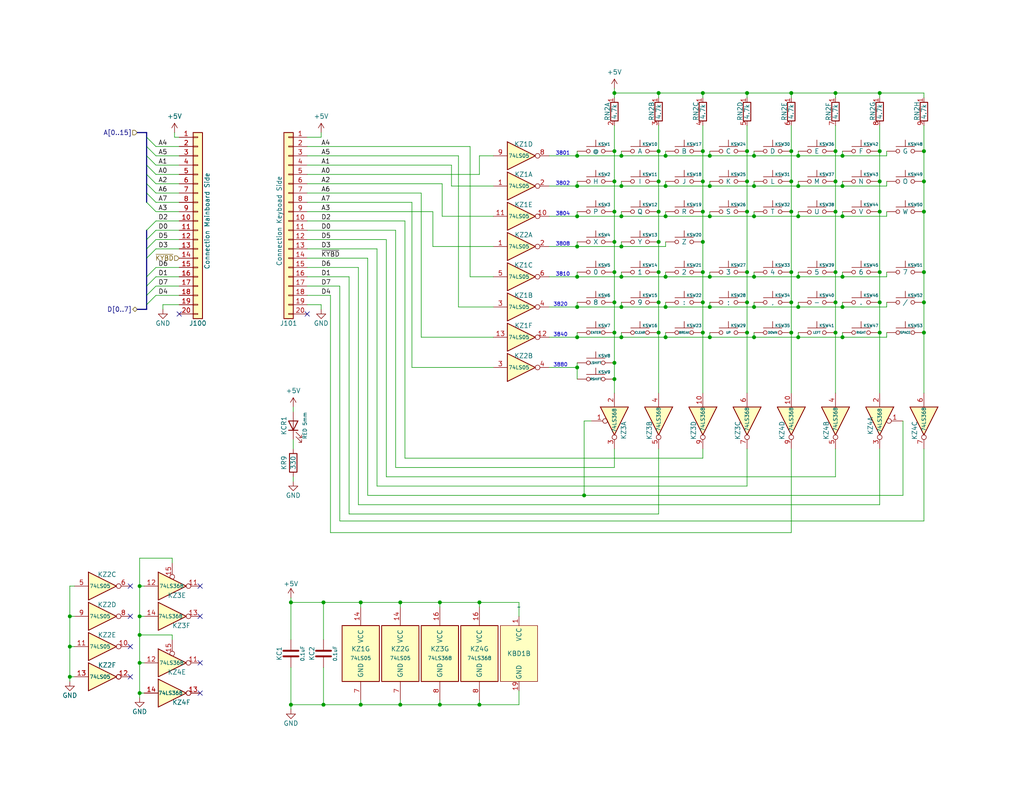
<source format=kicad_sch>
(kicad_sch (version 20230121) (generator eeschema)
  (paper "USLetter")
  (title_block (title "TRS-80 Model I") (date "2023-10-24") (rev "G") (company "RetroStack - Marcel Erz") (comment 2 "Keyboard interface circuit") (comment 4 "Keyboard & Interface"))
  (junction (at 179.705 57.785))
  (junction (at 203.835 74.295))
  (junction (at 169.545 50.8))
  (junction (at 167.64 99.06))
  (junction (at 157.48 83.82))
  (junction (at 217.805 75.565))
  (junction (at 79.375 192.405))
  (junction (at 215.9 57.785))
  (junction (at 193.675 42.545))
  (junction (at 130.81 192.405))
  (junction (at 167.64 90.805))
  (junction (at 215.9 74.295))
  (junction (at 179.705 25.4))
  (junction (at 252.095 74.295))
  (junction (at 215.9 90.805))
  (junction (at 159.385 135.255))
  (junction (at 98.425 192.405))
  (junction (at 215.9 25.4))
  (junction (at 205.74 83.82))
  (junction (at 181.61 75.565))
  (junction (at 157.48 67.31))
  (junction (at 229.87 92.075))
  (junction (at 203.835 82.55))
  (junction (at 191.77 49.53))
  (junction (at 38.1 160.02))
  (junction (at 38.1 180.975))
  (junction (at 217.805 50.8))
  (junction (at 179.705 66.04))
  (junction (at 167.64 41.275))
  (junction (at 19.05 168.275))
  (junction (at 120.015 164.465))
  (junction (at 98.425 164.465))
  (junction (at 169.545 75.565))
  (junction (at 193.675 75.565))
  (junction (at 203.835 57.785))
  (junction (at 229.87 42.545))
  (junction (at 179.705 74.295))
  (junction (at 205.74 59.055))
  (junction (at 229.87 83.82))
  (junction (at 252.095 57.785))
  (junction (at 203.835 90.805))
  (junction (at 120.015 192.405))
  (junction (at 193.675 50.8))
  (junction (at 240.03 74.295))
  (junction (at 227.965 90.805))
  (junction (at 205.74 75.565))
  (junction (at 130.81 164.465))
  (junction (at 193.675 59.055))
  (junction (at 229.87 50.8))
  (junction (at 240.03 90.805))
  (junction (at 227.965 41.275))
  (junction (at 169.545 83.82))
  (junction (at 203.835 41.275))
  (junction (at 193.675 83.82))
  (junction (at 157.48 92.075))
  (junction (at 157.48 100.33))
  (junction (at 38.1 168.275))
  (junction (at 217.805 59.055))
  (junction (at 167.64 82.55))
  (junction (at 191.77 74.295))
  (junction (at 215.9 41.275))
  (junction (at 191.77 66.04))
  (junction (at 191.77 41.275))
  (junction (at 215.9 82.55))
  (junction (at 227.965 74.295))
  (junction (at 167.64 74.295))
  (junction (at 181.61 59.055))
  (junction (at 191.77 25.4))
  (junction (at 217.805 42.545))
  (junction (at 191.77 57.785))
  (junction (at 181.61 42.545))
  (junction (at 79.375 164.465))
  (junction (at 179.705 90.805))
  (junction (at 181.61 83.82))
  (junction (at 181.61 50.8))
  (junction (at 179.705 49.53))
  (junction (at 157.48 42.545))
  (junction (at 252.095 82.55))
  (junction (at 38.1 189.23))
  (junction (at 169.545 59.055))
  (junction (at 109.22 192.405))
  (junction (at 167.64 49.53))
  (junction (at 88.265 164.465))
  (junction (at 229.87 59.055))
  (junction (at 157.48 59.055))
  (junction (at 169.545 67.31))
  (junction (at 217.805 83.82))
  (junction (at 229.87 75.565))
  (junction (at 157.48 75.565))
  (junction (at 240.03 49.53))
  (junction (at 191.77 82.55))
  (junction (at 240.03 25.4))
  (junction (at 240.03 82.55))
  (junction (at 19.05 184.785))
  (junction (at 252.095 90.805))
  (junction (at 179.705 82.55))
  (junction (at 19.05 176.53))
  (junction (at 227.965 57.785))
  (junction (at 252.095 41.275))
  (junction (at 193.675 92.075))
  (junction (at 179.705 41.275))
  (junction (at 217.805 92.075))
  (junction (at 167.64 103.505))
  (junction (at 205.74 42.545))
  (junction (at 38.1 173.355))
  (junction (at 240.03 57.785))
  (junction (at 181.61 92.075))
  (junction (at 169.545 42.545))
  (junction (at 203.835 49.53))
  (junction (at 252.095 49.53))
  (junction (at 109.22 164.465))
  (junction (at 191.77 90.805))
  (junction (at 169.545 92.075))
  (junction (at 227.965 49.53))
  (junction (at 205.74 92.075))
  (junction (at 203.835 25.4))
  (junction (at 240.03 41.275))
  (junction (at 227.965 82.55))
  (junction (at 205.74 50.8))
  (junction (at 88.265 192.405))
  (junction (at 167.64 25.4))
  (junction (at 215.9 49.53))
  (junction (at 167.64 57.785))
  (junction (at 157.48 50.8))
  (junction (at 227.965 25.4))
  (junction (at 167.64 66.04))
  (no_connect (at 54.61 189.23))
  (no_connect (at 48.895 85.725))
  (no_connect (at 35.56 176.53))
  (no_connect (at 83.82 85.725))
  (no_connect (at 54.61 180.975))
  (no_connect (at 35.56 168.275))
  (no_connect (at 35.56 160.02))
  (no_connect (at 35.56 184.785))
  (no_connect (at 54.61 168.275))
  (no_connect (at 54.61 160.02))
  (bus_entry (at 40.005 80.645) (size 2.54 -2.54))
  (bus_entry (at 40.005 42.545) (size 2.54 2.54))
  (bus_entry (at 40.005 50.165) (size 2.54 2.54))
  (bus_entry (at 40.005 65.405) (size 2.54 -2.54))
  (bus_entry (at 40.005 45.085) (size 2.54 2.54))
  (bus_entry (at 40.005 47.625) (size 2.54 2.54))
  (bus_entry (at 40.005 62.865) (size 2.54 -2.54))
  (bus_entry (at 40.005 75.565) (size 2.54 -2.54))
  (bus_entry (at 40.005 67.945) (size 2.54 -2.54))
  (bus_entry (at 40.005 55.245) (size 2.54 2.54))
  (bus_entry (at 40.005 70.485) (size 2.54 -2.54))
  (bus_entry (at 40.005 83.185) (size 2.54 -2.54))
  (bus_entry (at 40.005 52.705) (size 2.54 2.54))
  (bus_entry (at 40.005 40.005) (size 2.54 2.54))
  (bus_entry (at 40.005 37.465) (size 2.54 2.54))
  (bus_entry (at 40.005 78.105) (size 2.54 -2.54))
  (wire (pts (xy 19.05 168.275) (xy 20.32 168.275)))
  (wire (pts (xy 157.48 90.805) (xy 157.48 92.075)))
  (wire (pts (xy 88.265 182.245) (xy 88.265 192.405)))
  (wire (pts (xy 191.77 125.095) (xy 191.77 122.555)))
  (wire (pts (xy 123.19 45.085) (xy 123.19 50.8)))
  (wire (pts (xy 215.9 41.275) (xy 215.9 49.53)))
  (wire (pts (xy 95.25 75.565) (xy 95.25 140.335)))
  (wire (pts (xy 181.61 59.055) (xy 193.675 59.055)))
  (wire (pts (xy 157.48 50.8) (xy 169.545 50.8)))
  (wire (pts (xy 215.9 90.805) (xy 215.9 107.315)))
  (wire (pts (xy 79.375 192.405) (xy 79.375 193.675)))
  (wire (pts (xy 179.705 34.29) (xy 179.705 41.275)))
  (wire (pts (xy 227.965 49.53) (xy 227.965 57.785)))
  (bus (pts (xy 37.465 84.455) (xy 40.005 84.455)))
  (wire (pts (xy 203.835 25.4) (xy 215.9 25.4)))
  (wire (pts (xy 215.9 57.785) (xy 215.9 74.295)))
  (wire (pts (xy 179.705 49.53) (xy 179.705 57.785)))
  (wire (pts (xy 42.545 45.085) (xy 48.895 45.085)))
  (wire (pts (xy 80.01 131.445) (xy 80.01 130.175)))
  (wire (pts (xy 203.835 41.275) (xy 203.835 49.53)))
  (wire (pts (xy 167.64 103.505) (xy 167.64 107.315)))
  (bus (pts (xy 40.005 42.545) (xy 40.005 40.005)))
  (wire (pts (xy 205.74 50.8) (xy 217.805 50.8)))
  (wire (pts (xy 123.19 50.8) (xy 134.62 50.8)))
  (wire (pts (xy 227.965 74.295) (xy 227.965 82.55)))
  (bus (pts (xy 40.005 78.105) (xy 40.005 80.645)))
  (wire (pts (xy 83.82 42.545) (xy 125.095 42.545)))
  (wire (pts (xy 179.705 74.295) (xy 179.705 82.55)))
  (wire (pts (xy 181.61 90.805) (xy 181.61 92.075)))
  (wire (pts (xy 167.64 41.275) (xy 167.64 49.53)))
  (wire (pts (xy 217.805 90.805) (xy 217.805 92.075)))
  (wire (pts (xy 157.48 66.04) (xy 157.48 67.31)))
  (wire (pts (xy 169.545 50.8) (xy 181.61 50.8)))
  (wire (pts (xy 42.545 57.785) (xy 48.895 57.785)))
  (wire (pts (xy 38.1 168.275) (xy 39.37 168.275)))
  (wire (pts (xy 42.545 73.025) (xy 48.895 73.025)))
  (wire (pts (xy 252.095 57.785) (xy 252.095 74.295)))
  (wire (pts (xy 240.03 82.55) (xy 240.03 90.805)))
  (wire (pts (xy 83.82 67.945) (xy 102.87 67.945)))
  (wire (pts (xy 109.22 164.465) (xy 109.22 165.735)))
  (wire (pts (xy 179.705 82.55) (xy 179.705 90.805)))
  (wire (pts (xy 90.17 80.645) (xy 90.17 145.415)))
  (wire (pts (xy 229.87 49.53) (xy 229.87 50.8)))
  (wire (pts (xy 109.22 164.465) (xy 98.425 164.465)))
  (wire (pts (xy 149.86 92.075) (xy 157.48 92.075)))
  (wire (pts (xy 157.48 100.33) (xy 157.48 99.06)))
  (wire (pts (xy 98.425 164.465) (xy 88.265 164.465)))
  (wire (pts (xy 83.82 55.245) (xy 112.395 55.245)))
  (wire (pts (xy 217.805 42.545) (xy 229.87 42.545)))
  (wire (pts (xy 42.545 42.545) (xy 48.895 42.545)))
  (wire (pts (xy 169.545 75.565) (xy 181.61 75.565)))
  (wire (pts (xy 19.05 184.785) (xy 20.32 184.785)))
  (wire (pts (xy 229.87 74.295) (xy 229.87 75.565)))
  (wire (pts (xy 217.805 75.565) (xy 229.87 75.565)))
  (wire (pts (xy 109.22 191.135) (xy 109.22 192.405)))
  (wire (pts (xy 215.9 34.29) (xy 215.9 41.275)))
  (wire (pts (xy 161.29 114.935) (xy 159.385 114.935)))
  (wire (pts (xy 181.61 50.8) (xy 193.675 50.8)))
  (wire (pts (xy 229.87 42.545) (xy 241.935 42.545)))
  (wire (pts (xy 38.1 152.4) (xy 38.1 160.02)))
  (wire (pts (xy 118.11 57.785) (xy 83.82 57.785)))
  (bus (pts (xy 40.005 40.005) (xy 40.005 37.465)))
  (wire (pts (xy 227.965 25.4) (xy 240.03 25.4)))
  (wire (pts (xy 240.03 90.805) (xy 240.03 107.315)))
  (bus (pts (xy 40.005 47.625) (xy 40.005 45.085)))
  (wire (pts (xy 159.385 135.255) (xy 246.38 135.255)))
  (wire (pts (xy 92.71 78.105) (xy 92.71 142.24)))
  (wire (pts (xy 252.095 142.24) (xy 252.095 122.555)))
  (wire (pts (xy 83.82 47.625) (xy 130.81 47.625)))
  (wire (pts (xy 169.545 90.805) (xy 169.545 92.075)))
  (wire (pts (xy 167.64 66.04) (xy 167.64 74.295)))
  (wire (pts (xy 193.675 42.545) (xy 205.74 42.545)))
  (wire (pts (xy 157.48 92.075) (xy 169.545 92.075)))
  (wire (pts (xy 240.03 25.4) (xy 252.095 25.4)))
  (wire (pts (xy 141.605 188.595) (xy 141.605 192.405)))
  (wire (pts (xy 128.27 40.005) (xy 128.27 75.565)))
  (wire (pts (xy 203.835 82.55) (xy 203.835 90.805)))
  (bus (pts (xy 40.005 45.085) (xy 40.005 42.545)))
  (wire (pts (xy 83.82 75.565) (xy 95.25 75.565)))
  (wire (pts (xy 240.03 49.53) (xy 240.03 57.785)))
  (wire (pts (xy 167.64 74.295) (xy 167.64 82.55)))
  (wire (pts (xy 118.11 67.31) (xy 118.11 57.785)))
  (wire (pts (xy 83.82 50.165) (xy 120.65 50.165)))
  (wire (pts (xy 181.61 41.275) (xy 181.61 42.545)))
  (wire (pts (xy 205.74 42.545) (xy 205.74 41.275)))
  (wire (pts (xy 167.64 127.635) (xy 167.64 122.555)))
  (wire (pts (xy 130.81 164.465) (xy 141.605 164.465)))
  (wire (pts (xy 157.48 74.295) (xy 157.48 75.565)))
  (wire (pts (xy 252.095 90.805) (xy 252.095 107.315)))
  (wire (pts (xy 181.61 83.82) (xy 193.675 83.82)))
  (wire (pts (xy 130.81 42.545) (xy 134.62 42.545)))
  (wire (pts (xy 110.49 125.095) (xy 191.77 125.095)))
  (wire (pts (xy 229.87 57.785) (xy 229.87 59.055)))
  (wire (pts (xy 241.935 92.075) (xy 241.935 90.805)))
  (wire (pts (xy 42.545 65.405) (xy 48.895 65.405)))
  (wire (pts (xy 38.1 173.355) (xy 38.1 180.975)))
  (wire (pts (xy 240.03 34.29) (xy 240.03 41.275)))
  (bus (pts (xy 40.005 67.945) (xy 40.005 70.485)))
  (wire (pts (xy 79.375 163.195) (xy 79.375 164.465)))
  (wire (pts (xy 215.9 74.295) (xy 215.9 82.55)))
  (wire (pts (xy 157.48 42.545) (xy 157.48 41.275)))
  (wire (pts (xy 181.61 74.295) (xy 181.61 75.565)))
  (wire (pts (xy 42.545 60.325) (xy 48.895 60.325)))
  (wire (pts (xy 252.095 82.55) (xy 252.095 90.805)))
  (wire (pts (xy 120.015 164.465) (xy 109.22 164.465)))
  (wire (pts (xy 120.65 59.055) (xy 134.62 59.055)))
  (wire (pts (xy 240.03 26.67) (xy 240.03 25.4)))
  (wire (pts (xy 229.87 82.55) (xy 229.87 83.82)))
  (wire (pts (xy 191.77 74.295) (xy 191.77 82.55)))
  (wire (pts (xy 88.265 164.465) (xy 88.265 174.625)))
  (wire (pts (xy 110.49 60.325) (xy 110.49 125.095)))
  (wire (pts (xy 109.22 192.405) (xy 98.425 192.405)))
  (wire (pts (xy 169.545 67.31) (xy 181.61 67.31)))
  (wire (pts (xy 203.835 49.53) (xy 203.835 57.785)))
  (wire (pts (xy 179.705 41.275) (xy 179.705 49.53)))
  (wire (pts (xy 149.86 75.565) (xy 157.48 75.565)))
  (wire (pts (xy 46.99 174.625) (xy 46.99 173.355)))
  (wire (pts (xy 181.61 57.785) (xy 181.61 59.055)))
  (wire (pts (xy 125.095 83.82) (xy 134.62 83.82)))
  (wire (pts (xy 205.74 59.055) (xy 217.805 59.055)))
  (wire (pts (xy 169.545 74.295) (xy 169.545 75.565)))
  (wire (pts (xy 157.48 57.785) (xy 157.48 59.055)))
  (wire (pts (xy 48.895 83.185) (xy 44.45 83.185)))
  (bus (pts (xy 40.005 80.645) (xy 40.005 83.185)))
  (wire (pts (xy 125.095 42.545) (xy 125.095 83.82)))
  (wire (pts (xy 240.03 57.785) (xy 240.03 74.295)))
  (bus (pts (xy 40.005 62.865) (xy 40.005 65.405)))
  (bus (pts (xy 40.005 83.185) (xy 40.005 84.455)))
  (wire (pts (xy 38.1 173.355) (xy 46.99 173.355)))
  (wire (pts (xy 179.705 90.805) (xy 179.705 107.315)))
  (wire (pts (xy 179.705 26.67) (xy 179.705 25.4)))
  (wire (pts (xy 157.48 59.055) (xy 169.545 59.055)))
  (wire (pts (xy 120.015 191.135) (xy 120.015 192.405)))
  (wire (pts (xy 181.61 75.565) (xy 193.675 75.565)))
  (wire (pts (xy 191.77 41.275) (xy 191.77 49.53)))
  (wire (pts (xy 217.805 82.55) (xy 217.805 83.82)))
  (wire (pts (xy 159.385 114.935) (xy 159.385 135.255)))
  (wire (pts (xy 46.99 153.67) (xy 46.99 152.4)))
  (wire (pts (xy 42.545 78.105) (xy 48.895 78.105)))
  (wire (pts (xy 149.86 67.31) (xy 157.48 67.31)))
  (wire (pts (xy 19.05 184.785) (xy 19.05 186.055)))
  (wire (pts (xy 215.9 49.53) (xy 215.9 57.785)))
  (wire (pts (xy 217.805 42.545) (xy 217.805 41.275)))
  (wire (pts (xy 167.64 57.785) (xy 167.64 66.04)))
  (wire (pts (xy 205.74 75.565) (xy 217.805 75.565)))
  (wire (pts (xy 120.015 192.405) (xy 109.22 192.405)))
  (wire (pts (xy 227.965 57.785) (xy 227.965 74.295)))
  (wire (pts (xy 42.545 75.565) (xy 48.895 75.565)))
  (wire (pts (xy 217.805 74.295) (xy 217.805 75.565)))
  (wire (pts (xy 157.48 49.53) (xy 157.48 50.8)))
  (wire (pts (xy 83.82 73.025) (xy 97.79 73.025)))
  (wire (pts (xy 105.41 130.175) (xy 227.965 130.175)))
  (wire (pts (xy 227.965 130.175) (xy 227.965 122.555)))
  (wire (pts (xy 42.545 52.705) (xy 48.895 52.705)))
  (wire (pts (xy 42.545 80.645) (xy 48.895 80.645)))
  (wire (pts (xy 120.015 164.465) (xy 130.81 164.465)))
  (wire (pts (xy 97.79 137.795) (xy 240.03 137.795)))
  (wire (pts (xy 97.79 73.025) (xy 97.79 137.795)))
  (wire (pts (xy 38.1 189.23) (xy 39.37 189.23)))
  (wire (pts (xy 205.74 49.53) (xy 205.74 50.8)))
  (wire (pts (xy 191.77 82.55) (xy 191.77 90.805)))
  (wire (pts (xy 169.545 49.53) (xy 169.545 50.8)))
  (wire (pts (xy 167.64 90.805) (xy 167.64 99.06)))
  (wire (pts (xy 179.705 57.785) (xy 179.705 66.04)))
  (wire (pts (xy 169.545 82.55) (xy 169.545 83.82)))
  (wire (pts (xy 205.74 82.55) (xy 205.74 83.82)))
  (wire (pts (xy 215.9 145.415) (xy 215.9 122.555)))
  (bus (pts (xy 40.005 55.245) (xy 40.005 52.705)))
  (wire (pts (xy 203.835 74.295) (xy 203.835 82.55)))
  (wire (pts (xy 83.82 78.105) (xy 92.71 78.105)))
  (wire (pts (xy 38.1 180.975) (xy 39.37 180.975)))
  (wire (pts (xy 169.545 83.82) (xy 181.61 83.82)))
  (wire (pts (xy 252.095 41.275) (xy 252.095 49.53)))
  (wire (pts (xy 38.1 180.975) (xy 38.1 189.23)))
  (wire (pts (xy 167.64 99.06) (xy 167.64 103.505)))
  (wire (pts (xy 100.33 135.255) (xy 159.385 135.255)))
  (wire (pts (xy 193.675 57.785) (xy 193.675 59.055)))
  (wire (pts (xy 167.64 82.55) (xy 167.64 90.805)))
  (wire (pts (xy 83.82 80.645) (xy 90.17 80.645)))
  (wire (pts (xy 169.545 59.055) (xy 181.61 59.055)))
  (wire (pts (xy 240.03 137.795) (xy 240.03 122.555)))
  (wire (pts (xy 229.87 59.055) (xy 241.935 59.055)))
  (wire (pts (xy 227.965 34.29) (xy 227.965 41.275)))
  (wire (pts (xy 79.375 182.245) (xy 79.375 192.405)))
  (wire (pts (xy 193.675 82.55) (xy 193.675 83.82)))
  (wire (pts (xy 246.38 114.935) (xy 246.38 135.255)))
  (wire (pts (xy 193.675 75.565) (xy 205.74 75.565)))
  (wire (pts (xy 240.03 74.295) (xy 240.03 82.55)))
  (wire (pts (xy 128.27 75.565) (xy 134.62 75.565)))
  (wire (pts (xy 252.095 74.295) (xy 252.095 82.55)))
  (wire (pts (xy 47.625 37.465) (xy 47.625 36.195)))
  (wire (pts (xy 92.71 142.24) (xy 252.095 142.24)))
  (wire (pts (xy 169.545 66.04) (xy 169.545 67.31)))
  (bus (pts (xy 40.005 50.165) (xy 40.005 47.625)))
  (bus (pts (xy 40.005 75.565) (xy 40.005 78.105)))
  (wire (pts (xy 241.935 75.565) (xy 241.935 74.295)))
  (wire (pts (xy 229.87 42.545) (xy 229.87 41.275)))
  (wire (pts (xy 193.675 49.53) (xy 193.675 50.8)))
  (wire (pts (xy 193.675 74.295) (xy 193.675 75.565)))
  (wire (pts (xy 227.965 26.67) (xy 227.965 25.4)))
  (wire (pts (xy 191.77 26.67) (xy 191.77 25.4)))
  (wire (pts (xy 19.05 176.53) (xy 19.05 184.785)))
  (wire (pts (xy 130.81 192.405) (xy 120.015 192.405)))
  (wire (pts (xy 42.545 62.865) (xy 48.895 62.865)))
  (wire (pts (xy 157.48 75.565) (xy 169.545 75.565)))
  (wire (pts (xy 80.01 120.015) (xy 80.01 122.555)))
  (wire (pts (xy 193.675 59.055) (xy 205.74 59.055)))
  (wire (pts (xy 120.65 50.165) (xy 120.65 59.055)))
  (wire (pts (xy 181.61 49.53) (xy 181.61 50.8)))
  (wire (pts (xy 42.545 55.245) (xy 48.895 55.245)))
  (wire (pts (xy 83.82 70.485) (xy 100.33 70.485)))
  (wire (pts (xy 80.01 111.125) (xy 80.01 112.395)))
  (wire (pts (xy 42.545 67.945) (xy 48.895 67.945)))
  (wire (pts (xy 95.25 140.335) (xy 179.705 140.335)))
  (wire (pts (xy 167.64 49.53) (xy 167.64 57.785)))
  (wire (pts (xy 240.03 41.275) (xy 240.03 49.53)))
  (wire (pts (xy 191.77 57.785) (xy 191.77 66.04)))
  (wire (pts (xy 205.74 83.82) (xy 217.805 83.82)))
  (wire (pts (xy 215.9 26.67) (xy 215.9 25.4)))
  (wire (pts (xy 215.9 25.4) (xy 227.965 25.4)))
  (wire (pts (xy 191.77 66.04) (xy 191.77 74.295)))
  (wire (pts (xy 118.11 67.31) (xy 134.62 67.31)))
  (wire (pts (xy 227.965 90.805) (xy 227.965 107.315)))
  (wire (pts (xy 157.48 42.545) (xy 169.545 42.545)))
  (wire (pts (xy 217.805 49.53) (xy 217.805 50.8)))
  (wire (pts (xy 181.61 92.075) (xy 193.675 92.075)))
  (wire (pts (xy 252.095 26.67) (xy 252.095 25.4)))
  (bus (pts (xy 40.005 52.705) (xy 40.005 50.165)))
  (wire (pts (xy 157.48 67.31) (xy 169.545 67.31)))
  (wire (pts (xy 39.37 160.02) (xy 38.1 160.02)))
  (wire (pts (xy 241.935 59.055) (xy 241.935 57.785)))
  (wire (pts (xy 120.015 164.465) (xy 120.015 165.735)))
  (wire (pts (xy 193.675 50.8) (xy 205.74 50.8)))
  (wire (pts (xy 241.935 83.82) (xy 241.935 82.55)))
  (wire (pts (xy 83.82 45.085) (xy 123.19 45.085)))
  (wire (pts (xy 203.835 26.67) (xy 203.835 25.4)))
  (wire (pts (xy 90.17 145.415) (xy 215.9 145.415)))
  (wire (pts (xy 203.835 34.29) (xy 203.835 41.275)))
  (wire (pts (xy 114.935 92.075) (xy 134.62 92.075)))
  (wire (pts (xy 107.95 62.865) (xy 107.95 127.635)))
  (wire (pts (xy 98.425 165.735) (xy 98.425 164.465)))
  (wire (pts (xy 191.77 34.29) (xy 191.77 41.275)))
  (wire (pts (xy 42.545 47.625) (xy 48.895 47.625)))
  (bus (pts (xy 40.005 37.465) (xy 40.005 36.195)))
  (wire (pts (xy 141.605 168.275) (xy 141.605 164.465)))
  (wire (pts (xy 203.835 57.785) (xy 203.835 74.295)))
  (wire (pts (xy 44.45 83.185) (xy 44.45 84.455)))
  (bus (pts (xy 37.465 36.195) (xy 40.005 36.195)))
  (wire (pts (xy 229.87 90.805) (xy 229.87 92.075)))
  (wire (pts (xy 48.895 37.465) (xy 47.625 37.465)))
  (wire (pts (xy 205.74 57.785) (xy 205.74 59.055)))
  (wire (pts (xy 169.545 57.785) (xy 169.545 59.055)))
  (wire (pts (xy 193.675 83.82) (xy 205.74 83.82)))
  (bus (pts (xy 40.005 70.485) (xy 40.005 75.565)))
  (wire (pts (xy 229.87 83.82) (xy 241.935 83.82)))
  (wire (pts (xy 87.63 84.455) (xy 87.63 83.185)))
  (wire (pts (xy 98.425 191.135) (xy 98.425 192.405)))
  (wire (pts (xy 38.1 189.23) (xy 38.1 190.5)))
  (wire (pts (xy 179.705 140.335) (xy 179.705 122.555)))
  (wire (pts (xy 167.64 25.4) (xy 179.705 25.4)))
  (wire (pts (xy 141.605 192.405) (xy 130.81 192.405)))
  (wire (pts (xy 205.74 42.545) (xy 217.805 42.545)))
  (wire (pts (xy 149.86 83.82) (xy 157.48 83.82)))
  (wire (pts (xy 217.805 50.8) (xy 229.87 50.8)))
  (wire (pts (xy 114.935 52.705) (xy 114.935 92.075)))
  (wire (pts (xy 130.81 165.735) (xy 130.81 164.465)))
  (wire (pts (xy 217.805 59.055) (xy 229.87 59.055)))
  (wire (pts (xy 88.265 192.405) (xy 79.375 192.405)))
  (wire (pts (xy 83.82 37.465) (xy 87.63 37.465)))
  (wire (pts (xy 38.1 160.02) (xy 38.1 168.275)))
  (wire (pts (xy 107.95 127.635) (xy 167.64 127.635)))
  (wire (pts (xy 181.61 67.31) (xy 181.61 66.04)))
  (wire (pts (xy 46.99 152.4) (xy 38.1 152.4)))
  (wire (pts (xy 112.395 100.33) (xy 134.62 100.33)))
  (wire (pts (xy 102.87 132.715) (xy 203.835 132.715)))
  (wire (pts (xy 227.965 82.55) (xy 227.965 90.805)))
  (wire (pts (xy 179.705 25.4) (xy 191.77 25.4)))
  (wire (pts (xy 157.48 82.55) (xy 157.48 83.82)))
  (wire (pts (xy 241.935 42.545) (xy 241.935 41.275)))
  (wire (pts (xy 191.77 49.53) (xy 191.77 57.785)))
  (wire (pts (xy 83.82 62.865) (xy 107.95 62.865)))
  (wire (pts (xy 102.87 67.945) (xy 102.87 132.715)))
  (wire (pts (xy 169.545 92.075) (xy 181.61 92.075)))
  (wire (pts (xy 205.74 74.295) (xy 205.74 75.565)))
  (wire (pts (xy 83.82 60.325) (xy 110.49 60.325)))
  (wire (pts (xy 191.77 90.805) (xy 191.77 107.315)))
  (wire (pts (xy 83.82 40.005) (xy 128.27 40.005)))
  (wire (pts (xy 149.86 100.33) (xy 157.48 100.33)))
  (wire (pts (xy 217.805 57.785) (xy 217.805 59.055)))
  (wire (pts (xy 205.74 92.075) (xy 217.805 92.075)))
  (wire (pts (xy 38.1 168.275) (xy 38.1 173.355)))
  (wire (pts (xy 229.87 75.565) (xy 241.935 75.565)))
  (wire (pts (xy 149.86 42.545) (xy 157.48 42.545)))
  (wire (pts (xy 157.48 83.82) (xy 169.545 83.82)))
  (wire (pts (xy 252.095 49.53) (xy 252.095 57.785)))
  (wire (pts (xy 193.675 90.805) (xy 193.675 92.075)))
  (wire (pts (xy 87.63 83.185) (xy 83.82 83.185)))
  (wire (pts (xy 193.675 92.075) (xy 205.74 92.075)))
  (wire (pts (xy 167.64 25.4) (xy 167.64 26.67)))
  (wire (pts (xy 130.81 191.135) (xy 130.81 192.405)))
  (wire (pts (xy 215.9 82.55) (xy 215.9 90.805)))
  (wire (pts (xy 229.87 92.075) (xy 241.935 92.075)))
  (wire (pts (xy 203.835 90.805) (xy 203.835 107.315)))
  (wire (pts (xy 191.77 25.4) (xy 203.835 25.4)))
  (wire (pts (xy 229.87 50.8) (xy 241.935 50.8)))
  (wire (pts (xy 169.545 42.545) (xy 169.545 41.275)))
  (wire (pts (xy 42.545 40.005) (xy 48.895 40.005)))
  (wire (pts (xy 149.86 59.055) (xy 157.48 59.055)))
  (wire (pts (xy 112.395 55.245) (xy 112.395 100.33)))
  (wire (pts (xy 193.675 42.545) (xy 193.675 41.275)))
  (wire (pts (xy 205.74 90.805) (xy 205.74 92.075)))
  (wire (pts (xy 42.545 50.165) (xy 48.895 50.165)))
  (wire (pts (xy 252.095 34.29) (xy 252.095 41.275)))
  (wire (pts (xy 130.81 47.625) (xy 130.81 42.545)))
  (wire (pts (xy 169.545 42.545) (xy 181.61 42.545)))
  (wire (pts (xy 181.61 42.545) (xy 193.675 42.545)))
  (wire (pts (xy 83.82 52.705) (xy 114.935 52.705)))
  (wire (pts (xy 87.63 37.465) (xy 87.63 36.195)))
  (wire (pts (xy 105.41 65.405) (xy 105.41 130.175)))
  (wire (pts (xy 217.805 92.075) (xy 229.87 92.075)))
  (wire (pts (xy 19.05 160.02) (xy 19.05 168.275)))
  (wire (pts (xy 157.48 100.33) (xy 157.48 103.505)))
  (wire (pts (xy 19.05 168.275) (xy 19.05 176.53)))
  (wire (pts (xy 241.935 50.8) (xy 241.935 49.53)))
  (wire (pts (xy 100.33 70.485) (xy 100.33 135.255)))
  (wire (pts (xy 179.705 66.04) (xy 179.705 74.295)))
  (wire (pts (xy 149.86 50.8) (xy 157.48 50.8)))
  (wire (pts (xy 217.805 83.82) (xy 229.87 83.82)))
  (bus (pts (xy 40.005 65.405) (xy 40.005 67.945)))
  (wire (pts (xy 83.82 65.405) (xy 105.41 65.405)))
  (wire (pts (xy 20.32 160.02) (xy 19.05 160.02)))
  (wire (pts (xy 167.64 34.29) (xy 167.64 41.275)))
  (wire (pts (xy 79.375 164.465) (xy 79.375 174.625)))
  (wire (pts (xy 98.425 192.405) (xy 88.265 192.405)))
  (wire (pts (xy 227.965 41.275) (xy 227.965 49.53)))
  (wire (pts (xy 167.64 24.13) (xy 167.64 25.4)))
  (wire (pts (xy 203.835 132.715) (xy 203.835 122.555)))
  (wire (pts (xy 88.265 164.465) (xy 79.375 164.465)))
  (wire (pts (xy 19.05 176.53) (xy 20.32 176.53)))
  (wire (pts (xy 181.61 82.55) (xy 181.61 83.82)))
  (text "3801" (at 155.575 42.545 0) (effects (font (size 1 1)) (justify right bottom)))
  (text "3804" (at 155.575 59.055 0) (effects (font (size 1 1)) (justify right bottom)))
  (text "3840" (at 154.94 92.075 0) (effects (font (size 1 1)) (justify right bottom)))
  (text "3810" (at 155.575 75.565 0) (effects (font (size 1 1)) (justify right bottom)))
  (text "3880" (at 154.94 100.33 0) (effects (font (size 1 1)) (justify right bottom)))
  (text "3808" (at 155.575 67.31 0) (effects (font (size 1 1)) (justify right bottom)))
  (text "3802" (at 155.575 50.8 0) (effects (font (size 1 1)) (justify right bottom)))
  (text "3820" (at 154.94 83.82 0) (effects (font (size 1 1)) (justify right bottom)))
  (label "D5" (at 87.63 65.405 0))
  (label "A0" (at 87.63 47.625 0))
  (label "A6" (at 87.63 52.705 0))
  (label "D2" (at 43.18 60.325 0))
  (label "A2" (at 43.18 50.165 0))
  (label "D6" (at 43.18 73.025 0))
  (label "D6" (at 87.63 73.025 0))
  (label "A7" (at 87.63 55.245 0))
  (label "D3" (at 87.63 67.945 0))
  (label "A0" (at 43.18 47.625 0))
  (label "A4" (at 43.18 40.005 0))
  (label "A5" (at 43.18 42.545 0))
  (label "A1" (at 87.63 45.085 0))
  (label "A1" (at 43.18 45.085 0))
  (label "~{KYBD}" (at 87.63 70.485 0))
  (label "D4" (at 43.18 80.645 0))
  (label "A7" (at 43.18 55.245 0))
  (label "A3" (at 43.18 57.785 0))
  (label "D0" (at 87.63 62.865 0))
  (label "A2" (at 87.63 50.165 0))
  (label "D7" (at 43.18 78.105 0))
  (label "A6" (at 43.18 52.705 0))
  (label "D1" (at 43.18 75.565 0))
  (label "D2" (at 87.63 60.325 0))
  (label "D0" (at 43.18 62.865 0))
  (label "D7" (at 87.63 78.105 0))
  (label "D5" (at 43.18 65.405 0))
  (label "A5" (at 87.63 42.545 0))
  (label "A4" (at 87.63 40.005 0))
  (label "A3" (at 87.63 57.785 0))
  (label "D4" (at 87.63 80.645 0))
  (label "D3" (at 43.18 67.945 0))
  (label "D1" (at 87.63 75.565 0))
  (hierarchical_label "~{KYBD}" (shape input) (at 48.895 70.485 180))
  (hierarchical_label "A[0..15]" (shape input) (at 37.465 36.195 180))
  (hierarchical_label "D[0..7]" (shape bidirectional) (at 37.465 84.455 180))
  (symbol (lib_id "74xx:74LS05") (at 98.425 178.435 0) (unit 7)
    (property "Reference" "KZ1" (at 98.425 177.165 0))
    (property "Value" "74LS05" (at 98.425 179.705 0) (effects (font (size 1 1))))
    (property "Footprint" "RetroStackLibrary:TRS80_Model_I_DIP14" (effects hide))
    (property "Datasheet" "http://www.ti.com/lit/gpn/sn74LS05" (effects hide))
  )
  (symbol (lib_id "74xx:74LS05") (at 27.94 160.02 0) (unit 3)
    (property "Reference" "KZ2" (at 29.21 156.845 0))
    (property "Value" "74LS05" (at 27.305 160.02 0) (effects (font (size 1 1))))
    (property "Footprint" "RetroStackLibrary:TRS80_Model_I_DIP14" (effects hide))
    (property "Datasheet" "http://www.ti.com/lit/gpn/sn74LS05" (effects hide))
  )
  (symbol (lib_id "Switch:SW_Push") (at 210.82 57.785 0) (unit 1)
    (property "Reference" "KSW32" (at 211.455 55.88 0) (effects (font (size 0.8 0.8)) (justify left)))
    (property "Value" "T" (at 210.82 57.785 0))
  )
  (symbol (lib_id "power:GND") (at 80.01 131.445 0) (unit 1)
    (property "Reference" "#PWR014" (effects hide))
    (property "Value" "GND" (at 80.01 135.255 0))
    (instances (project "TRS80_Model_I_G" (path "" (reference "#PWR014") (unit 1)) (path "" (reference "#PWR084") (unit 1))))
  )
  (symbol (lib_id "Switch:SW_Push") (at 198.755 90.805 0) (unit 1)
    (property "Reference" "KSW29" (at 199.39 88.9 0) (effects (font (size 0.8 0.8)) (justify left)))
    (property "Value" "UP" (at 198.755 90.805 0) (effects (font (size 0.6 0.6))))
  )
  (symbol (lib_id "74xx:74LS05") (at 142.24 92.075 0) (unit 6)
    (property "Reference" "KZ1" (at 142.875 88.9 0))
    (property "Value" "74LS05" (at 141.605 92.075 0) (effects (font (size 1 1))))
    (property "Footprint" "RetroStackLibrary:TRS80_Model_I_DIP14" (effects hide))
    (property "Datasheet" "http://www.ti.com/lit/gpn/sn74LS05" (effects hide))
  )
  (symbol (lib_id "RetroStackLibrary:74LS368_Split") (at 252.095 114.935 270) (unit 3)
    (property "Reference" "KZ4" (at 249.555 114.935 0) (effects (justify left)))
    (property "Value" "74LS368" (at 252.095 111.125 0) (effects (font (size 1 1)) (justify left)))
    (property "Footprint" "RetroStackLibrary:TRS80_Model_I_DIP16" (effects hide))
    (property "Datasheet" "https://www.ti.com/lit/ds/symlink/sn74ls367a.pdf" (effects hide))
  )
  (symbol (lib_id "RetroStackLibrary:74LS368_Split") (at 227.965 114.935 270) (unit 2)
    (property "Reference" "KZ4" (at 225.425 114.935 0) (effects (justify left)))
    (property "Value" "74LS368" (at 227.965 111.125 0) (effects (font (size 1 1)) (justify left)))
    (property "Footprint" "RetroStackLibrary:TRS80_Model_I_DIP16" (effects hide))
    (property "Datasheet" "https://www.ti.com/lit/ds/symlink/sn74ls367a.pdf" (effects hide))
  )
  (symbol (lib_id "Switch:SW_Push") (at 174.625 66.04 0) (unit 1)
    (property "Reference" "KSW13" (at 175.26 64.135 0) (effects (font (size 0.8 0.8)) (justify left)))
    (property "Value" "Y" (at 174.625 66.04 0))
  )
  (symbol (lib_id "Switch:SW_Push") (at 186.69 57.785 0) (unit 1)
    (property "Reference" "KSW19" (at 187.325 55.88 0) (effects (font (size 0.8 0.8)) (justify left)))
    (property "Value" "R" (at 186.69 57.785 0))
  )
  (symbol (lib_id "RetroStackLibrary:74LS368_Split") (at 46.99 168.275 0) (unit 6)
    (property "Reference" "KZ3" (at 46.99 170.815 0) (effects (justify left)))
    (property "Value" "74LS368" (at 43.18 168.275 0) (effects (font (size 1 1)) (justify left)))
    (property "Footprint" "RetroStackLibrary:TRS80_Model_I_DIP16" (effects hide))
    (property "Datasheet" "https://www.ti.com/lit/ds/symlink/sn74ls367a.pdf" (effects hide))
  )
  (symbol (lib_id "74xx:74LS05") (at 142.24 59.055 0) (unit 5)
    (property "Reference" "KZ1" (at 142.875 55.88 0))
    (property "Value" "74LS05" (at 141.605 59.055 0) (effects (font (size 1 1))))
    (property "Footprint" "RetroStackLibrary:TRS80_Model_I_DIP14" (effects hide))
    (property "Datasheet" "http://www.ti.com/lit/gpn/sn74LS05" (effects hide))
  )
  (symbol (lib_id "Switch:SW_Push") (at 222.885 41.275 0) (unit 1)
    (property "Reference" "KSW36" (at 223.52 39.37 0) (effects (font (size 0.8 0.8)) (justify left)))
    (property "Value" "E" (at 222.885 41.275 0))
  )
  (symbol (lib_id "RetroStackLibrary:74LS368_Split") (at 240.03 114.935 270) (unit 1)
    (property "Reference" "KZ4" (at 237.49 118.745 0) (effects (justify right)))
    (property "Value" "74LS368" (at 240.03 118.11 0) (effects (font (size 1 1)) (justify right)))
    (property "Footprint" "RetroStackLibrary:TRS80_Model_I_DIP16" (effects hide))
    (property "Datasheet" "https://www.ti.com/lit/ds/symlink/sn74ls367a.pdf" (effects hide))
  )
  (symbol (lib_id "Device:R_Network08_Split") (at 240.03 30.48 0) (unit 7)
    (property "Reference" "RN2" (at 238.125 33.02 90) (effects (justify left)))
    (property "Value" "4.7k" (at 240.03 30.48 90))
    (property "Footprint" "Resistor_THT:R_Array_SIP9" (effects hide))
    (property "Datasheet" "http://www.vishay.com/docs/31509/csc.pdf" (effects hide))
  )
  (symbol (lib_id "Device:R_Network08_Split") (at 215.9 30.48 0) (unit 5)
    (property "Reference" "RN2" (at 213.995 33.02 90) (effects (justify left)))
    (property "Value" "4.7k" (at 215.9 30.48 90))
    (property "Footprint" "Resistor_THT:R_Array_SIP9" (effects hide))
    (property "Datasheet" "http://www.vishay.com/docs/31509/csc.pdf" (effects hide))
  )
  (symbol (lib_id "Device:R_Network08_Split") (at 227.965 30.48 0) (unit 6)
    (property "Reference" "RN2" (at 226.06 33.02 90) (effects (justify left)))
    (property "Value" "4.7k" (at 227.965 30.48 90))
    (property "Footprint" "Resistor_THT:R_Array_SIP9" (effects hide))
    (property "Datasheet" "http://www.vishay.com/docs/31509/csc.pdf" (effects hide))
  )
  (symbol (lib_id "Device:C") (at 79.375 178.435 0) (unit 1)
    (property "Reference" "KC1" (at 76.2 178.435 90))
    (property "Value" "0.1uF" (at 82.55 178.435 90) (effects (font (size 1 1))))
    (property "Footprint" "RetroStackLibrary:TRS80_Model_I_C_Disc_9.5L_4W_6P_Small" (effects hide))
  )
  (symbol (lib_id "RetroStackLibrary:74LS368_Split") (at 46.99 189.23 0) (unit 6)
    (property "Reference" "KZ4" (at 46.99 191.77 0) (effects (justify left)))
    (property "Value" "74LS368" (at 43.18 189.23 0) (effects (font (size 1 1)) (justify left)))
    (property "Footprint" "RetroStackLibrary:TRS80_Model_I_DIP16" (effects hide))
    (property "Datasheet" "https://www.ti.com/lit/ds/symlink/sn74ls367a.pdf" (effects hide))
  )
  (symbol (lib_id "power:+5V") (at 47.625 36.195 0) (unit 1)
    (property "Reference" "#PWR089" (effects hide))
    (property "Value" "+5V" (at 47.625 31.75 0))
  )
  (symbol (lib_id "Switch:SW_Push") (at 222.885 57.785 0) (unit 1)
    (property "Reference" "KSW38" (at 223.52 55.88 0) (effects (font (size 0.8 0.8)) (justify left)))
    (property "Value" "U" (at 222.885 57.785 0))
  )
  (symbol (lib_id "Switch:SW_Push") (at 186.69 82.55 0) (unit 1)
    (property "Reference" "KSW22" (at 187.325 80.645 0) (effects (font (size 0.8 0.8)) (justify left)))
    (property "Value" ":" (at 186.69 82.55 0))
  )
  (symbol (lib_id "Switch:SW_Push") (at 247.015 74.295 0) (unit 1)
    (property "Reference" "KSW51" (at 247.65 72.39 0) (effects (font (size 0.8 0.8)) (justify left)))
    (property "Value" "7" (at 247.015 74.295 0))
  )
  (symbol (lib_id "RetroStackLibrary:74LS368_Split") (at 215.9 114.935 270) (unit 4)
    (property "Reference" "KZ4" (at 213.36 114.935 0) (effects (justify left)))
    (property "Value" "74LS368" (at 215.9 111.125 0) (effects (font (size 1 1)) (justify left)))
    (property "Footprint" "RetroStackLibrary:TRS80_Model_I_DIP16" (effects hide))
    (property "Datasheet" "https://www.ti.com/lit/ds/symlink/sn74ls367a.pdf" (effects hide))
  )
  (symbol (lib_id "Switch:SW_Push") (at 234.95 74.295 0) (unit 1)
    (property "Reference" "KSW45" (at 235.585 72.39 0) (effects (font (size 0.8 0.8)) (justify left)))
    (property "Value" "6" (at 234.95 74.295 0))
  )
  (symbol (lib_id "Switch:SW_Push") (at 162.56 99.06 0) (unit 1)
    (property "Reference" "KSW8" (at 163.195 97.155 0) (effects (font (size 0.8 0.8)) (justify left)))
    (property "Value" "LSHIFT" (at 162.56 99.06 0) (effects (font (size 0.6 0.6))))
  )
  (symbol (lib_id "Device:R_Network08_Split") (at 203.835 30.48 0) (unit 4)
    (property "Reference" "RN2" (at 201.93 33.02 90) (effects (justify left)))
    (property "Value" "4.7k" (at 203.835 30.48 90))
    (property "Footprint" "Resistor_THT:R_Array_SIP9" (effects hide))
    (property "Datasheet" "http://www.vishay.com/docs/31509/csc.pdf" (effects hide))
  )
  (symbol (lib_id "Connector_Generic:Conn_01x20") (at 78.74 60.325 0) (mirror y) (unit 1)
    (property "Reference" "J101" (at 78.74 88.265 0))
    (property "Value" "Connection Keyboad Side" (at 76.2 60.325 90))
    (property "Footprint" "RetroStackLibrary:TRS80_Model_I_Keyboard_Connector" (effects hide))
  )
  (symbol (lib_id "Switch:SW_Push") (at 174.625 90.805 0) (unit 1)
    (property "Reference" "KSW16" (at 175.26 88.9 0) (effects (font (size 0.8 0.8)) (justify left)))
    (property "Value" "CLEAR" (at 174.625 90.805 0) (effects (font (size 0.6 0.6))))
  )
  (symbol (lib_id "power:GND") (at 87.63 84.455 0) (unit 1)
    (property "Reference" "#PWR014" (effects hide))
    (property "Value" "GND" (at 87.63 88.265 0))
    (instances (project "TRS80_Model_I_G" (path "" (reference "#PWR014") (unit 1)) (path "" (reference "#PWR088") (unit 1))))
  )
  (symbol (lib_id "74xx:74LS05") (at 27.94 184.785 0) (unit 6)
    (property "Reference" "KZ2" (at 29.21 181.61 0))
    (property "Value" "74LS05" (at 27.305 184.785 0) (effects (font (size 1 1))))
    (property "Footprint" "RetroStackLibrary:TRS80_Model_I_DIP14" (effects hide))
    (property "Datasheet" "http://www.ti.com/lit/gpn/sn74LS05" (effects hide))
  )
  (symbol (lib_id "Switch:SW_Push") (at 198.755 82.55 0) (unit 1)
    (property "Reference" "KSW28" (at 199.39 80.645 0) (effects (font (size 0.8 0.8)) (justify left)))
    (property "Value" ";" (at 198.755 82.55 0))
  )
  (symbol (lib_id "RetroStackLibrary:74LS368_Split") (at 179.705 114.935 270) (unit 2)
    (property "Reference" "KZ3" (at 177.165 114.935 0) (effects (justify left)))
    (property "Value" "74LS368" (at 179.705 111.125 0) (effects (font (size 1 1)) (justify left)))
    (property "Footprint" "RetroStackLibrary:TRS80_Model_I_DIP16" (effects hide))
    (property "Datasheet" "https://www.ti.com/lit/ds/symlink/sn74ls367a.pdf" (effects hide))
  )
  (symbol (lib_id "power:GND") (at 44.45 84.455 0) (unit 1)
    (property "Reference" "#PWR014" (effects hide))
    (property "Value" "GND" (at 44.45 88.265 0))
    (instances (project "TRS80_Model_I_G" (path "" (reference "#PWR014") (unit 1)) (path "" (reference "#PWR090") (unit 1))))
  )
  (symbol (lib_id "74xx:74LS05") (at 109.22 178.435 0) (unit 7)
    (property "Reference" "KZ2" (at 109.22 177.165 0))
    (property "Value" "74LS05" (at 109.22 179.705 0) (effects (font (size 1 1))))
    (property "Footprint" "RetroStackLibrary:TRS80_Model_I_DIP14" (effects hide))
    (property "Datasheet" "http://www.ti.com/lit/gpn/sn74LS05" (effects hide))
  )
  (symbol (lib_id "Switch:SW_Push") (at 247.015 49.53 0) (unit 1)
    (property "Reference" "KSW49" (at 247.65 47.625 0) (effects (font (size 0.8 0.8)) (justify left)))
    (property "Value" "O" (at 247.015 49.53 0))
  )
  (symbol (lib_id "Switch:SW_Push") (at 162.56 103.505 0) (unit 1)
    (property "Reference" "KSW9" (at 163.195 101.6 0) (effects (font (size 0.8 0.8)) (justify left)))
    (property "Value" "RSHIFT" (at 162.56 103.505 0) (effects (font (size 0.6 0.6))))
  )
  (symbol (lib_id "Switch:SW_Push") (at 162.56 49.53 0) (unit 1)
    (property "Reference" "KSW2" (at 163.195 47.625 0) (effects (font (size 0.8 0.8)) (justify left)))
    (property "Value" "H" (at 162.56 49.53 0))
  )
  (symbol (lib_id "Switch:SW_Push") (at 186.69 41.275 0) (unit 1)
    (property "Reference" "KSW17" (at 187.325 39.37 0) (effects (font (size 0.8 0.8)) (justify left)))
    (property "Value" "B" (at 186.69 41.275 0))
  )
  (symbol (lib_id "74xx:74LS05") (at 27.94 168.275 0) (unit 4)
    (property "Reference" "KZ2" (at 29.21 165.1 0))
    (property "Value" "74LS05" (at 27.305 168.275 0) (effects (font (size 1 1))))
    (property "Footprint" "RetroStackLibrary:TRS80_Model_I_DIP14" (effects hide))
    (property "Datasheet" "http://www.ti.com/lit/gpn/sn74LS05" (effects hide))
  )
  (symbol (lib_id "power:+5V") (at 80.01 111.125 0) (unit 1)
    (property "Reference" "#PWR083" (effects hide))
    (property "Value" "+5V" (at 80.01 106.68 0))
  )
  (symbol (lib_id "Switch:SW_Push") (at 162.56 74.295 0) (unit 1)
    (property "Reference" "KSW5" (at 163.195 72.39 0) (effects (font (size 0.8 0.8)) (justify left)))
    (property "Value" "0" (at 162.56 74.295 0))
  )
  (symbol (lib_id "Switch:SW_Push") (at 247.015 57.785 0) (unit 1)
    (property "Reference" "KSW50" (at 247.65 55.88 0) (effects (font (size 0.8 0.8)) (justify left)))
    (property "Value" "W" (at 247.015 57.785 0))
  )
  (symbol (lib_id "Switch:SW_Push") (at 210.82 49.53 0) (unit 1)
    (property "Reference" "KSW31" (at 211.455 47.625 0) (effects (font (size 0.8 0.8)) (justify left)))
    (property "Value" "L" (at 210.82 49.53 0))
  )
  (symbol (lib_id "RetroStackLibrary:TRS80ModelIKeyboard") (at 141.605 165.735 0) (unit 2) (in_bom no) (on_board no)
    (property "Reference" "KBD1" (at 141.605 178.435 0))
    (property "Value" "~" (at 141.605 165.735 0))
    (property "Footprint" "RetroStackLibrary:TRS80_Model_I_R_0.25W" (effects hide))
    (property "Sim.Enable" "0" (effects hide))
  )
  (symbol (lib_id "power:GND") (at 19.05 186.055 0) (unit 1)
    (property "Reference" "#PWR014" (effects hide))
    (property "Value" "GND" (at 19.05 189.865 0))
    (instances (project "TRS80_Model_I_G" (path "" (reference "#PWR014") (unit 1)) (path "" (reference "#PWR054") (unit 1))))
  )
  (symbol (lib_id "Switch:SW_Push") (at 198.755 41.275 0) (unit 1)
    (property "Reference" "KSW24" (at 199.39 39.37 0) (effects (font (size 0.8 0.8)) (justify left)))
    (property "Value" "C" (at 198.755 41.275 0))
  )
  (symbol (lib_id "Switch:SW_Push") (at 186.69 66.04 0) (unit 1)
    (property "Reference" "KSW20" (at 187.325 64.135 0) (effects (font (size 0.8 0.8)) (justify left)))
    (property "Value" "Z" (at 186.69 66.04 0))
  )
  (symbol (lib_id "power:GND") (at 38.1 190.5 0) (unit 1)
    (property "Reference" "#PWR014" (effects hide))
    (property "Value" "GND" (at 38.1 194.31 0))
    (instances (project "TRS80_Model_I_G" (path "" (reference "#PWR014") (unit 1)) (path "" (reference "#PWR082") (unit 1))))
  )
  (symbol (lib_id "Switch:SW_Push") (at 210.82 90.805 0) (unit 1)
    (property "Reference" "KSW35" (at 211.455 88.9 0) (effects (font (size 0.8 0.8)) (justify left)))
    (property "Value" "DOWN" (at 210.82 90.805 0) (effects (font (size 0.6 0.6))))
  )
  (symbol (lib_id "Switch:SW_Push") (at 174.625 82.55 0) (unit 1)
    (property "Reference" "KSW15" (at 175.26 80.645 0) (effects (font (size 0.8 0.8)) (justify left)))
    (property "Value" "9" (at 174.625 82.55 0))
  )
  (symbol (lib_id "Device:R_Network08_Split") (at 191.77 30.48 0) (unit 3)
    (property "Reference" "RN2" (at 189.865 33.02 90) (effects (justify left)))
    (property "Value" "4.7k" (at 191.77 30.48 90))
    (property "Footprint" "Resistor_THT:R_Array_SIP9" (effects hide))
    (property "Datasheet" "http://www.vishay.com/docs/31509/csc.pdf" (effects hide))
  )
  (symbol (lib_id "Switch:SW_Push") (at 174.625 49.53 0) (unit 1)
    (property "Reference" "KSW11" (at 175.26 47.625 0) (effects (font (size 0.8 0.8)) (justify left)))
    (property "Value" "I" (at 174.625 49.53 0))
  )
  (symbol (lib_id "Switch:SW_Push") (at 174.625 74.295 0) (unit 1)
    (property "Reference" "KSW14" (at 175.26 72.39 0) (effects (font (size 0.8 0.8)) (justify left)))
    (property "Value" "1" (at 174.625 74.295 0))
  )
  (symbol (lib_id "Switch:SW_Push") (at 198.755 74.295 0) (unit 1)
    (property "Reference" "KSW27" (at 199.39 72.39 0) (effects (font (size 0.8 0.8)) (justify left)))
    (property "Value" "3" (at 198.755 74.295 0))
  )
  (symbol (lib_id "Switch:SW_Push") (at 186.69 49.53 0) (unit 1)
    (property "Reference" "KSW18" (at 187.325 47.625 0) (effects (font (size 0.8 0.8)) (justify left)))
    (property "Value" "J" (at 186.69 49.53 0))
  )
  (symbol (lib_id "RetroStackLibrary:74LS368_Split") (at 46.355 153.67 0) (unit 5)
    (property "Reference" "KZ3" (at 50.8 162.56 0) (effects (justify right)))
    (property "Value" "74LS368" (at 50.165 160.02 0) (effects (font (size 1 1)) (justify right)))
    (property "Footprint" "RetroStackLibrary:TRS80_Model_I_DIP16" (effects hide))
    (property "Datasheet" "https://www.ti.com/lit/ds/symlink/sn74ls367a.pdf" (effects hide))
  )
  (symbol (lib_id "74xx:74LS05") (at 27.94 176.53 0) (unit 5)
    (property "Reference" "KZ2" (at 29.21 173.355 0))
    (property "Value" "74LS05" (at 27.305 176.53 0) (effects (font (size 1 1))))
    (property "Footprint" "RetroStackLibrary:TRS80_Model_I_DIP14" (effects hide))
    (property "Datasheet" "http://www.ti.com/lit/gpn/sn74LS05" (effects hide))
  )
  (symbol (lib_id "power:GND") (at 79.375 193.675 0) (unit 1)
    (property "Reference" "#PWR014" (effects hide))
    (property "Value" "GND" (at 79.375 197.485 0))
    (instances (project "TRS80_Model_I_G" (path "" (reference "#PWR014") (unit 1)) (path "" (reference "#PWR086") (unit 1))))
  )
  (symbol (lib_id "power:+5V") (at 87.63 36.195 0) (unit 1)
    (property "Reference" "#PWR087" (effects hide))
    (property "Value" "+5V" (at 87.63 31.75 0))
  )
  (symbol (lib_id "Switch:SW_Push") (at 247.015 82.55 0) (unit 1)
    (property "Reference" "KSW52" (at 247.65 80.645 0) (effects (font (size 0.8 0.8)) (justify left)))
    (property "Value" "/" (at 247.015 82.55 0))
  )
  (symbol (lib_id "RetroStackLibrary:74LS368_Split") (at 167.64 114.935 90) (mirror x) (unit 1)
    (property "Reference" "KZ3" (at 170.18 120.015 0) (effects (justify right)))
    (property "Value" "74LS368" (at 167.64 118.11 0) (effects (font (size 1 1)) (justify right)))
    (property "Footprint" "RetroStackLibrary:TRS80_Model_I_DIP16" (effects hide))
    (property "Datasheet" "https://www.ti.com/lit/ds/symlink/sn74ls367a.pdf" (effects hide))
  )
  (symbol (lib_name "TRS80ModelIKeyboard_1") (lib_id "RetroStackLibrary:TRS80ModelIKeyboard") (at 311.15 51.435 0) (unit 1) (in_bom no) (on_board no)
    (property "Reference" "KBD1" (at 313.055 69.85 0) (effects (justify left)))
    (property "Value" "~" (at 311.15 51.435 0))
    (property "Footprint" "RetroStackLibrary:TRS80_Model_I_R_0.25W" (effects hide))
    (property "Sim.Enable" "0" (effects hide))
  )
  (symbol (lib_id "Switch:SW_Push") (at 222.885 82.55 0) (unit 1)
    (property "Reference" "KSW40" (at 223.52 80.645 0) (effects (font (size 0.8 0.8)) (justify left)))
    (property "Value" "-" (at 222.885 82.55 0))
  )
  (symbol (lib_id "RetroStackLibrary:74LS368_Split") (at 203.835 114.935 270) (unit 3)
    (property "Reference" "KZ3" (at 201.295 114.935 0) (effects (justify left)))
    (property "Value" "74LS368" (at 203.835 111.125 0) (effects (font (size 1 1)) (justify left)))
    (property "Footprint" "RetroStackLibrary:TRS80_Model_I_DIP16" (effects hide))
    (property "Datasheet" "https://www.ti.com/lit/ds/symlink/sn74ls367a.pdf" (effects hide))
  )
  (symbol (lib_id "Switch:SW_Push") (at 162.56 66.04 0) (unit 1)
    (property "Reference" "KSW4" (at 163.195 64.135 0) (effects (font (size 0.8 0.8)) (justify left)))
    (property "Value" "X" (at 162.56 66.04 0))
  )
  (symbol (lib_id "RetroStackLibrary:74LS368_Split") (at 46.355 174.625 0) (unit 5)
    (property "Reference" "KZ4" (at 50.8 183.515 0) (effects (justify right)))
    (property "Value" "74LS368" (at 50.165 180.975 0) (effects (font (size 1 1)) (justify right)))
    (property "Footprint" "RetroStackLibrary:TRS80_Model_I_DIP16" (effects hide))
    (property "Datasheet" "https://www.ti.com/lit/ds/symlink/sn74ls367a.pdf" (effects hide))
  )
  (symbol (lib_id "Switch:SW_Push") (at 162.56 57.785 0) (unit 1)
    (property "Reference" "KSW3" (at 163.195 55.88 0) (effects (font (size 0.8 0.8)) (justify left)))
    (property "Value" "P" (at 162.56 57.785 0))
  )
  (symbol (lib_id "Switch:SW_Push") (at 234.95 90.805 0) (unit 1)
    (property "Reference" "KSW47" (at 235.585 88.9 0) (effects (font (size 0.8 0.8)) (justify left)))
    (property "Value" "RIGHT" (at 234.95 90.805 0) (effects (font (size 0.6 0.6))))
  )
  (symbol (lib_id "Switch:SW_Push") (at 198.755 49.53 0) (unit 1)
    (property "Reference" "KSW25" (at 199.39 47.625 0) (effects (font (size 0.8 0.8)) (justify left)))
    (property "Value" "K" (at 198.755 49.53 0))
  )
  (symbol (lib_id "Device:R_Network08_Split") (at 252.095 30.48 0) (unit 8)
    (property "Reference" "RN2" (at 250.19 33.02 90) (effects (justify left)))
    (property "Value" "4.7k" (at 252.095 30.48 90))
    (property "Footprint" "Resistor_THT:R_Array_SIP9" (effects hide))
    (property "Datasheet" "http://www.vishay.com/docs/31509/csc.pdf" (effects hide))
  )
  (symbol (lib_id "Switch:SW_Push") (at 234.95 41.275 0) (unit 1)
    (property "Reference" "KSW42" (at 235.585 39.37 0) (effects (font (size 0.8 0.8)) (justify left)))
    (property "Value" "F" (at 234.95 41.275 0))
  )
  (symbol (lib_id "74xx:74LS05") (at 142.24 42.545 0) (unit 4)
    (property "Reference" "KZ1" (at 142.875 39.37 0))
    (property "Value" "74LS05" (at 141.605 42.545 0) (effects (font (size 1 1))))
    (property "Footprint" "RetroStackLibrary:TRS80_Model_I_DIP14" (effects hide))
    (property "Datasheet" "http://www.ti.com/lit/gpn/sn74LS05" (effects hide))
  )
  (symbol (lib_id "Switch:SW_Push") (at 174.625 41.275 0) (unit 1)
    (property "Reference" "KSW10" (at 175.26 39.37 0) (effects (font (size 0.8 0.8)) (justify left)))
    (property "Value" "A" (at 174.625 41.275 0))
  )
  (symbol (lib_id "Switch:SW_Push") (at 210.82 74.295 0) (unit 1)
    (property "Reference" "KSW33" (at 211.455 72.39 0) (effects (font (size 0.8 0.8)) (justify left)))
    (property "Value" "4" (at 210.82 74.295 0))
  )
  (symbol (lib_id "Device:R_Network08_Split") (at 167.64 30.48 0) (unit 1)
    (property "Reference" "RN2" (at 165.735 33.02 90) (effects (justify left)))
    (property "Value" "4.7k" (at 167.64 30.48 90))
    (property "Footprint" "Resistor_THT:R_Array_SIP9" (effects hide))
    (property "Datasheet" "http://www.vishay.com/docs/31509/csc.pdf" (effects hide))
  )
  (symbol (lib_id "Switch:SW_Push") (at 186.69 74.295 0) (unit 1)
    (property "Reference" "KSW21" (at 187.325 72.39 0) (effects (font (size 0.8 0.8)) (justify left)))
    (property "Value" "2" (at 186.69 74.295 0))
  )
  (symbol (lib_id "Switch:SW_Push") (at 186.69 90.805 0) (unit 1)
    (property "Reference" "KSW23" (at 187.325 88.9 0) (effects (font (size 0.8 0.8)) (justify left)))
    (property "Value" "BREAK" (at 186.69 90.805 0) (effects (font (size 0.6 0.6))))
  )
  (symbol (lib_id "Switch:SW_Push") (at 234.95 49.53 0) (unit 1)
    (property "Reference" "KSW43" (at 235.585 47.625 0) (effects (font (size 0.8 0.8)) (justify left)))
    (property "Value" "N" (at 234.95 49.53 0))
  )
  (symbol (lib_id "Connector_Generic:Conn_01x20") (at 53.975 60.325 0) (unit 1)
    (property "Reference" "J100" (at 53.975 88.265 0))
    (property "Value" "Connection Mainboard Side" (at 56.515 60.325 90))
    (property "Footprint" "RetroStackLibrary:TRS80_Model_I_Keyboard_Connector" (effects hide))
  )
  (symbol (lib_id "74xx:74LS05") (at 142.24 67.31 0) (unit 1)
    (property "Reference" "KZ2" (at 142.875 64.135 0))
    (property "Value" "74LS05" (at 141.605 67.31 0) (effects (font (size 1 1))))
    (property "Footprint" "RetroStackLibrary:TRS80_Model_I_DIP14" (effects hide))
    (property "Datasheet" "http://www.ti.com/lit/gpn/sn74LS05" (effects hide))
  )
  (symbol (lib_id "Switch:SW_Push") (at 247.015 41.275 0) (unit 1)
    (property "Reference" "KSW48" (at 247.65 39.37 0) (effects (font (size 0.8 0.8)) (justify left)))
    (property "Value" "G" (at 247.015 41.275 0))
  )
  (symbol (lib_id "Switch:SW_Push") (at 198.755 57.785 0) (unit 1)
    (property "Reference" "KSW26" (at 199.39 55.88 0) (effects (font (size 0.8 0.8)) (justify left)))
    (property "Value" "S" (at 198.755 57.785 0))
  )
  (symbol (lib_id "Switch:SW_Push") (at 222.885 49.53 0) (unit 1)
    (property "Reference" "KSW37" (at 223.52 47.625 0) (effects (font (size 0.8 0.8)) (justify left)))
    (property "Value" "M" (at 222.885 49.53 0))
  )
  (symbol (lib_id "Switch:SW_Push") (at 222.885 74.295 0) (unit 1)
    (property "Reference" "KSW39" (at 223.52 72.39 0) (effects (font (size 0.8 0.8)) (justify left)))
    (property "Value" "5" (at 222.885 74.295 0))
  )
  (symbol (lib_id "74xx:74LS05") (at 142.24 83.82 0) (unit 2)
    (property "Reference" "KZ1" (at 142.875 80.645 0))
    (property "Value" "74LS05" (at 141.605 83.82 0) (effects (font (size 1 1))))
    (property "Footprint" "RetroStackLibrary:TRS80_Model_I_DIP14" (effects hide))
    (property "Datasheet" "http://www.ti.com/lit/gpn/sn74LS05" (effects hide))
  )
  (symbol (lib_id "power:+5V") (at 167.64 24.13 0) (unit 1)
    (property "Reference" "#PWR091" (effects hide))
    (property "Value" "+5V" (at 167.64 19.685 0))
  )
  (symbol (lib_id "Device:C") (at 88.265 178.435 0) (unit 1)
    (property "Reference" "KC2" (at 85.09 178.435 90))
    (property "Value" "0.1uF" (at 91.44 178.435 90) (effects (font (size 1 1))))
    (property "Footprint" "RetroStackLibrary:TRS80_Model_I_C_Disc_9.5L_4W_6P_Small" (effects hide))
  )
  (symbol (lib_id "Device:LED") (at 80.01 116.205 90) (unit 1)
    (property "Reference" "KCR1" (at 77.47 116.205 0))
    (property "Value" "RED 5mm" (at 83.185 116.205 0) (effects (font (size 1 1))))
    (property "Footprint" "LED_THT:LED_D5.0mm" (effects hide))
  )
  (symbol (lib_id "Switch:SW_Push") (at 162.56 90.805 0) (unit 1)
    (property "Reference" "KSW7" (at 163.195 88.9 0) (effects (font (size 0.8 0.8)) (justify left)))
    (property "Value" "ENTER" (at 162.56 90.805 0) (effects (font (size 0.6 0.6))))
  )
  (symbol (lib_id "Switch:SW_Push") (at 162.56 82.55 0) (unit 1)
    (property "Reference" "KSW6" (at 163.195 80.645 0) (effects (font (size 0.8 0.8)) (justify left)))
    (property "Value" "8" (at 162.56 82.55 0))
  )
  (symbol (lib_id "RetroStackLibrary:74LS368_Split") (at 120.015 167.64 0) (unit 7)
    (property "Reference" "KZ3" (at 120.015 177.165 0))
    (property "Value" "74LS368" (at 120.015 179.705 0) (effects (font (size 1 1))))
    (property "Footprint" "RetroStackLibrary:TRS80_Model_I_DIP16" (effects hide))
    (property "Datasheet" "https://www.ti.com/lit/ds/symlink/sn74ls367a.pdf" (effects hide))
  )
  (symbol (lib_id "Switch:SW_Push") (at 234.95 57.785 0) (unit 1)
    (property "Reference" "KSW44" (at 235.585 55.88 0) (effects (font (size 0.8 0.8)) (justify left)))
    (property "Value" "V" (at 234.95 57.785 0))
  )
  (symbol (lib_id "Switch:SW_Push") (at 222.885 90.805 0) (unit 1)
    (property "Reference" "KSW41" (at 223.52 88.9 0) (effects (font (size 0.8 0.8)) (justify left)))
    (property "Value" "LEFT" (at 222.885 90.805 0) (effects (font (size 0.6 0.6))))
  )
  (symbol (lib_id "Switch:SW_Push") (at 247.015 90.805 0) (unit 1)
    (property "Reference" "KSW53" (at 247.65 88.9 0) (effects (font (size 0.8 0.8)) (justify left)))
    (property "Value" "SPACE" (at 247.015 90.805 0) (effects (font (size 0.6 0.6))))
  )
  (symbol (lib_id "74xx:74LS05") (at 142.24 50.8 0) (unit 1)
    (property "Reference" "KZ1" (at 142.875 47.625 0))
    (property "Value" "74LS05" (at 141.605 50.8 0) (effects (font (size 1 1))))
    (property "Footprint" "RetroStackLibrary:TRS80_Model_I_DIP14" (effects hide))
    (property "Datasheet" "http://www.ti.com/lit/gpn/sn74LS05" (effects hide))
  )
  (symbol (lib_id "Device:R") (at 80.01 126.365 0) (unit 1)
    (property "Reference" "KR9" (at 77.47 126.365 90))
    (property "Value" "330" (at 80.01 128.27 90) (effects (justify left)))
    (property "Footprint" "RetroStackLibrary:TRS80_Model_I_R_0.25W" (effects hide))
  )
  (symbol (lib_id "RetroStackLibrary:74LS368_Split") (at 130.81 167.64 0) (unit 7)
    (property "Reference" "KZ4" (at 130.81 177.165 0))
    (property "Value" "74LS368" (at 130.81 179.705 0) (effects (font (size 1 1))))
    (property "Footprint" "RetroStackLibrary:TRS80_Model_I_DIP16" (effects hide))
    (property "Datasheet" "https://www.ti.com/lit/ds/symlink/sn74ls367a.pdf" (effects hide))
  )
  (symbol (lib_id "Switch:SW_Push") (at 210.82 41.275 0) (unit 1)
    (property "Reference" "KSW30" (at 211.455 39.37 0) (effects (font (size 0.8 0.8)) (justify left)))
    (property "Value" "D" (at 210.82 41.275 0))
  )
  (symbol (lib_id "Device:R_Network08_Split") (at 179.705 30.48 0) (unit 2)
    (property "Reference" "RN2" (at 177.8 33.02 90) (effects (justify left)))
    (property "Value" "4.7k" (at 179.705 30.48 90))
    (property "Footprint" "Resistor_THT:R_Array_SIP9" (effects hide))
    (property "Datasheet" "http://www.vishay.com/docs/31509/csc.pdf" (effects hide))
  )
  (symbol (lib_id "RetroStackLibrary:74LS368_Split") (at 191.77 114.935 270) (unit 4)
    (property "Reference" "KZ3" (at 189.23 114.935 0) (effects (justify left)))
    (property "Value" "74LS368" (at 191.77 111.125 0) (effects (font (size 1 1)) (justify left)))
    (property "Footprint" "RetroStackLibrary:TRS80_Model_I_DIP16" (effects hide))
    (property "Datasheet" "https://www.ti.com/lit/ds/symlink/sn74ls367a.pdf" (effects hide))
  )
  (symbol (lib_id "Switch:SW_Push") (at 234.95 82.55 0) (unit 1)
    (property "Reference" "KSW46" (at 235.585 80.645 0) (effects (font (size 0.8 0.8)) (justify left)))
    (property "Value" "." (at 234.95 82.55 0))
  )
  (symbol (lib_id "Switch:SW_Push") (at 174.625 57.785 0) (unit 1)
    (property "Reference" "KSW12" (at 175.26 55.88 0) (effects (font (size 0.8 0.8)) (justify left)))
    (property "Value" "Q" (at 174.625 57.785 0))
  )
  (symbol (lib_id "Switch:SW_Push") (at 210.82 82.55 0) (unit 1)
    (property "Reference" "KSW34" (at 211.455 80.645 0) (effects (font (size 0.8 0.8)) (justify left)))
    (property "Value" "," (at 210.82 82.55 0))
  )
  (symbol (lib_id "74xx:74LS05") (at 142.24 75.565 0) (unit 3)
    (property "Reference" "KZ1" (at 142.875 72.39 0))
    (property "Value" "74LS05" (at 141.605 75.565 0) (effects (font (size 1 1))))
    (property "Footprint" "RetroStackLibrary:TRS80_Model_I_DIP14" (effects hide))
    (property "Datasheet" "http://www.ti.com/lit/gpn/sn74LS05" (effects hide))
  )
  (symbol (lib_id "Switch:SW_Push") (at 162.56 41.275 0) (unit 1)
    (property "Reference" "KSW1" (at 163.195 39.37 0) (effects (font (size 0.8 0.8)) (justify left)))
    (property "Value" "@" (at 162.56 41.275 0))
  )
  (symbol (lib_id "power:+5V") (at 79.375 163.195 0) (unit 1)
    (property "Reference" "#PWR015" (effects hide))
    (property "Value" "+5V" (at 79.375 159.385 0))
    (instances (project "TRS80_Model_I_G" (path "" (reference "#PWR015") (unit 1)) (path "" (reference "#PWR085") (unit 1))))
  )
  (symbol (lib_id "74xx:74LS05") (at 142.24 100.33 0) (unit 2)
    (property "Reference" "KZ2" (at 142.875 97.155 0))
    (property "Value" "74LS05" (at 141.605 100.33 0) (effects (font (size 1 1))))
    (property "Footprint" "RetroStackLibrary:TRS80_Model_I_DIP14" (effects hide))
    (property "Datasheet" "http://www.ti.com/lit/gpn/sn74LS05" (effects hide))
  )
)
</source>
